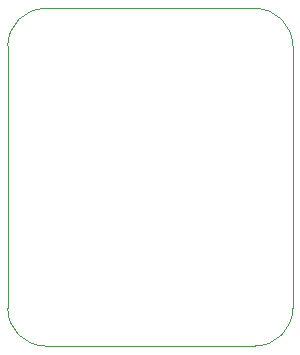
<source format=gbr>
%TF.GenerationSoftware,KiCad,Pcbnew,6.0.5-a6ca702e91~116~ubuntu20.04.1*%
%TF.CreationDate,2022-05-07T15:00:13+03:00*%
%TF.ProjectId,traffic_light_for_arduino,74726166-6669-4635-9f6c-696768745f66,rev?*%
%TF.SameCoordinates,Original*%
%TF.FileFunction,Profile,NP*%
%FSLAX46Y46*%
G04 Gerber Fmt 4.6, Leading zero omitted, Abs format (unit mm)*
G04 Created by KiCad (PCBNEW 6.0.5-a6ca702e91~116~ubuntu20.04.1) date 2022-05-07 15:00:13*
%MOMM*%
%LPD*%
G01*
G04 APERTURE LIST*
%TA.AperFunction,Profile*%
%ADD10C,0.100000*%
%TD*%
G04 APERTURE END LIST*
D10*
X136525000Y-109220000D02*
G75*
G03*
X139700000Y-112395000I3175000J0D01*
G01*
X157480000Y-112395000D02*
G75*
G03*
X160655000Y-109220000I0J3175000D01*
G01*
X139700000Y-83820000D02*
G75*
G03*
X136525000Y-86995000I0J-3175000D01*
G01*
X160655000Y-86995000D02*
G75*
G03*
X157480000Y-83820000I-3175000J0D01*
G01*
X157480000Y-112395000D02*
X139700000Y-112395000D01*
X139700000Y-83820000D02*
X157480000Y-83820000D01*
X160655000Y-109220000D02*
X160655000Y-86995000D01*
X136525000Y-86995000D02*
X136525000Y-109220000D01*
M02*

</source>
